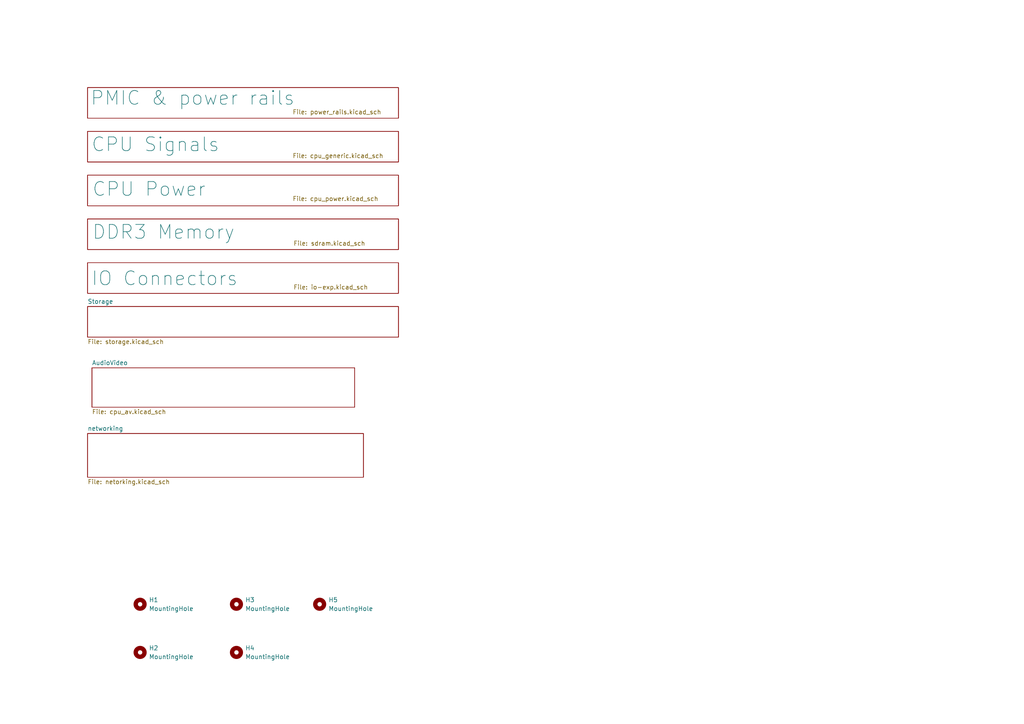
<source format=kicad_sch>
(kicad_sch (version 20250114) (generator "eeschema") (generator_version "9.0")
  (paper "A4")
  (lib_symbols
    (symbol "Mechanical:MountingHole" (pin_names (offset 1.016))
      (property "Reference" "H" (at 0 5.08 0))
      (property "Value" "MountingHole" (at 0 3.175 0))
      (symbol "MountingHole_0_1"
        (circle (center 0 0) (radius 1.27) (stroke (width 1.27)))
      )
    )
  )
  (symbol (lib_id "Mechanical:MountingHole") (at 68.58 189.23 0) (unit 1)
    (property "Reference" "H4" (at 71.12 187.9599 0) (effects (justify left)))
    (property "Value" "MountingHole" (at 71.12 190.4999 0) (effects (justify left)))
    (property "Footprint" "MountingHole:MountingHole_2.7mm_M2.5_DIN965" (effects (hide yes)))
  )
  (symbol (lib_id "Mechanical:MountingHole") (at 40.64 189.23 0) (unit 1)
    (property "Reference" "H2" (at 43.18 187.9599 0) (effects (justify left)))
    (property "Value" "MountingHole" (at 43.18 190.4999 0) (effects (justify left)))
    (property "Footprint" "MountingHole:MountingHole_2.7mm_M2.5_DIN965" (effects (hide yes)))
  )
  (symbol (lib_id "Mechanical:MountingHole") (at 40.64 175.26 0) (unit 1)
    (property "Reference" "H1" (at 43.18 173.9899 0) (effects (justify left)))
    (property "Value" "MountingHole" (at 43.18 176.5299 0) (effects (justify left)))
    (property "Footprint" "MountingHole:MountingHole_2.7mm_M2.5_DIN965" (effects (hide yes)))
  )
  (symbol (lib_id "Mechanical:MountingHole") (at 68.58 175.26 0) (unit 1)
    (property "Reference" "H3" (at 71.12 173.9899 0) (effects (justify left)))
    (property "Value" "MountingHole" (at 71.12 176.5299 0) (effects (justify left)))
    (property "Footprint" "MountingHole:MountingHole_2.7mm_M2.5_DIN965" (effects (hide yes)))
  )
  (symbol (lib_id "Mechanical:MountingHole") (at 92.71 175.26 0) (unit 1)
    (property "Reference" "H5" (at 95.25 173.9899 0) (effects (justify left)))
    (property "Value" "MountingHole" (at 95.25 176.5299 0) (effects (justify left)))
    (property "Footprint" "MountingHole:MountingHole_2.7mm_M2.5_DIN965" (effects (hide yes)))
  )
  (sheet (at 25.4 25.4) (size 90.17 8.89) (stroke (width 0.1524))
    (property "Sheetname" "PMIC & power rails" (at 26.162 30.734 0) (effects (font (size 4 4)) (justify left bottom)))
    (property "Sheetfile" "power_rails.kicad_sch" (at 84.836 31.75 0) (effects (justify left top)))
  )
  (sheet (at 25.4 38.1) (size 90.17 8.89) (stroke (width 0.1524))
    (property "Sheetname" "CPU Signals" (at 26.416 44.196 0) (effects (font (size 4 4)) (justify left bottom)))
    (property "Sheetfile" "cpu_generic.kicad_sch" (at 84.836 44.45 0) (effects (justify left top)))
  )
  (sheet (at 25.4 125.73) (size 80.01 12.7) (stroke (width 0.1524))
    (property "Sheetname" "networking" (at 25.4 125.0184 0) (effects (justify left bottom)))
    (property "Sheetfile" "netorking.kicad_sch" (at 25.4 139.0146 0) (effects (justify left top)))
  )
  (sheet (at 25.4 76.2) (size 90.17 8.89) (stroke (width 0.1524))
    (property "Sheetname" "IO Connectors" (at 26.416 83.058 0) (effects (font (size 4 4)) (justify left bottom)))
    (property "Sheetfile" "io-exp.kicad_sch" (at 85.09 82.55 0) (effects (justify left top)))
  )
  (sheet (at 25.4 63.5) (size 90.17 8.89) (stroke (width 0.1524))
    (property "Sheetname" "DDR3 Memory" (at 26.67 69.596 0) (effects (font (size 4 4)) (justify left bottom)))
    (property "Sheetfile" "sdram.kicad_sch" (at 85.09 69.85 0) (effects (justify left top)))
  )
  (sheet (at 25.4 88.9) (size 90.17 8.89) (stroke (width 0.1524))
    (property "Sheetname" "Storage" (at 25.4 88.1884 0) (effects (justify left bottom)))
    (property "Sheetfile" "storage.kicad_sch" (at 25.4 98.3746 0) (effects (justify left top)))
  )
  (sheet (at 26.67 106.68) (size 76.2 11.43) (stroke (width 0.1524))
    (property "Sheetname" "AudioVideo" (at 26.67 105.9684 0) (effects (justify left bottom)))
    (property "Sheetfile" "cpu_av.kicad_sch" (at 26.67 118.6946 0) (effects (justify left top)))
  )
  (sheet (at 25.4 50.8) (size 90.17 8.89) (stroke (width 0.1524))
    (property "Sheetname" "CPU Power" (at 26.67 57.15 0) (effects (font (size 4 4)) (justify left bottom)))
    (property "Sheetfile" "cpu_power.kicad_sch" (at 84.836 56.896 0) (effects (justify left top)))
  )
)
</source>
